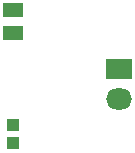
<source format=gts>
G04*
G04 #@! TF.GenerationSoftware,Altium Limited,Altium Designer,18.1.7 (191)*
G04*
G04 Layer_Color=8388736*
%FSLAX25Y25*%
%MOIN*%
G70*
G01*
G75*
%ADD15R,0.03950X0.03950*%
%ADD16R,0.06509X0.04540*%
%ADD17O,0.08674X0.07099*%
%ADD18R,0.08674X0.07099*%
D15*
X19685Y20472D02*
D03*
Y26772D02*
D03*
D16*
Y57185D02*
D03*
Y64862D02*
D03*
D17*
X55118Y35276D02*
D03*
D18*
Y45276D02*
D03*
M02*

</source>
